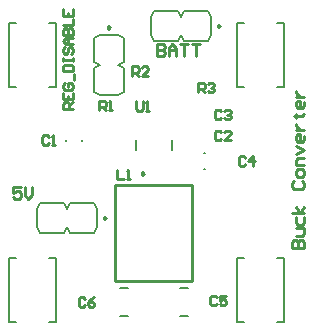
<source format=gto>
G04*
G04 #@! TF.GenerationSoftware,Altium Limited,Altium Designer,20.1.14 (287)*
G04*
G04 Layer_Color=65535*
%FSLAX25Y25*%
%MOIN*%
G70*
G04*
G04 #@! TF.SameCoordinates,58FA20B0-04EF-4904-8C8B-07311CCFBB01*
G04*
G04*
G04 #@! TF.FilePolarity,Positive*
G04*
G01*
G75*
%ADD10C,0.00984*%
%ADD11C,0.00787*%
%ADD12C,0.01000*%
D10*
X148252Y442854D02*
X147514Y443281D01*
Y442428D01*
X148252Y442854D01*
X135551Y428000D02*
X134813Y428426D01*
Y427574D01*
X135551Y428000D01*
X173551Y492000D02*
X172813Y492426D01*
Y491574D01*
X173551Y492000D01*
X136992Y491559D02*
X136254Y491985D01*
Y491133D01*
X136992Y491559D01*
D11*
X168303Y444343D02*
X168697D01*
X168303Y449657D02*
X168697D01*
X157504Y450827D02*
Y454173D01*
X145496Y450827D02*
Y454173D01*
X140122Y404724D02*
X142878D01*
X140122Y395276D02*
X142878D01*
X160122D02*
X162878D01*
X160122Y404724D02*
X162878D01*
X122343Y453803D02*
Y454197D01*
X127657Y453803D02*
Y454197D01*
X179130Y471679D02*
X181530D01*
X192439D02*
X194839D01*
Y492888D01*
X179130D02*
X181530D01*
X192439D02*
X194839D01*
X179130Y471679D02*
Y492888D01*
X103145Y471679D02*
X105546D01*
X116454D02*
X118855D01*
Y492888D01*
X103145D02*
X105546D01*
X116454D02*
X118855D01*
X103145Y471679D02*
Y492888D01*
X132500Y424969D02*
Y431031D01*
X131516Y433000D02*
X132500Y431031D01*
X123485Y433000D02*
X131516D01*
X122500Y431031D02*
X123485Y433000D01*
X121516D02*
X122500Y431031D01*
X113485Y433000D02*
X121516D01*
X112500Y431031D02*
X113485Y433000D01*
X112500Y424969D02*
X113485Y423000D01*
X121516D01*
X122500Y424969D01*
X123485Y423000D01*
X131516D01*
X132500Y424969D01*
X112500D02*
Y431031D01*
X170500Y488969D02*
Y495031D01*
X169516Y497000D02*
X170500Y495031D01*
X161485Y497000D02*
X169516D01*
X160500Y495031D02*
X161485Y497000D01*
X159516D02*
X160500Y495031D01*
X151485Y497000D02*
X159516D01*
X150500Y495031D02*
X151485Y497000D01*
X150500Y488969D02*
X151485Y487000D01*
X159516D01*
X160500Y488969D01*
X161485Y487000D01*
X169516D01*
X170500Y488969D01*
X150500D02*
Y495031D01*
X179130Y393395D02*
X181530D01*
X192439D02*
X194839D01*
Y414605D01*
X179130D02*
X181530D01*
X192439D02*
X194839D01*
X179130Y393395D02*
Y414605D01*
X103145Y393395D02*
X105546D01*
X116454D02*
X118855D01*
Y414605D01*
X103145D02*
X105546D01*
X116454D02*
X118855D01*
X103145Y393395D02*
Y414605D01*
X133469Y489000D02*
X139531D01*
X131500Y488016D02*
X133469Y489000D01*
X131500Y479985D02*
Y488016D01*
Y479985D02*
X133469Y479000D01*
X131500Y478016D02*
X133469Y479000D01*
X131500Y469985D02*
Y478016D01*
Y469985D02*
X133469Y469000D01*
X139531D02*
X141500Y469985D01*
Y478016D01*
X139531Y479000D02*
X141500Y478016D01*
X139531Y479000D02*
X141500Y479985D01*
Y488016D01*
X139531Y489000D02*
X141500Y488016D01*
X133469Y469000D02*
X139531D01*
D12*
X164413Y407020D02*
Y408516D01*
X162917Y407020D02*
X164413D01*
X138665D02*
X162917D01*
X164413Y408516D02*
Y438909D01*
X138665Y407020D02*
Y438909D01*
X164413D01*
X197564Y418000D02*
X201500D01*
Y419968D01*
X200844Y420624D01*
X200188D01*
X199532Y419968D01*
Y418000D01*
Y419968D01*
X198876Y420624D01*
X198220D01*
X197564Y419968D01*
Y418000D01*
X198876Y421936D02*
X200844D01*
X201500Y422592D01*
Y424560D01*
X198876D01*
Y428495D02*
Y426527D01*
X199532Y425872D01*
X200844D01*
X201500Y426527D01*
Y428495D01*
Y429807D02*
X197564D01*
X200188D02*
X198876Y431775D01*
X200188Y429807D02*
X201500Y431775D01*
X198220Y440303D02*
X197564Y439647D01*
Y438335D01*
X198220Y437679D01*
X200844D01*
X201500Y438335D01*
Y439647D01*
X200844Y440303D01*
X201500Y442270D02*
Y443582D01*
X200844Y444238D01*
X199532D01*
X198876Y443582D01*
Y442270D01*
X199532Y441614D01*
X200844D01*
X201500Y442270D01*
Y445550D02*
X198876D01*
Y447518D01*
X199532Y448174D01*
X201500D01*
X198876Y449486D02*
X201500Y450798D01*
X198876Y452110D01*
X201500Y455389D02*
Y454078D01*
X200844Y453422D01*
X199532D01*
X198876Y454078D01*
Y455389D01*
X199532Y456045D01*
X200188D01*
Y453422D01*
X198876Y457357D02*
X201500D01*
X200188D01*
X199532Y458013D01*
X198876Y458669D01*
Y459325D01*
X198220Y461949D02*
X198876D01*
Y461293D01*
Y462605D01*
Y461949D01*
X200844D01*
X201500Y462605D01*
Y466541D02*
Y465229D01*
X200844Y464573D01*
X199532D01*
X198876Y465229D01*
Y466541D01*
X199532Y467197D01*
X200188D01*
Y464573D01*
X198876Y468509D02*
X201500D01*
X200188D01*
X199532Y469165D01*
X198876Y469821D01*
Y470476D01*
X124475Y464500D02*
X121327D01*
Y466074D01*
X121851Y466599D01*
X122901D01*
X123426Y466074D01*
Y464500D01*
Y465550D02*
X124475Y466599D01*
X121327Y469748D02*
Y467649D01*
X124475D01*
Y469748D01*
X122901Y467649D02*
Y468698D01*
X121851Y472896D02*
X121327Y472371D01*
Y471322D01*
X121851Y470797D01*
X123950D01*
X124475Y471322D01*
Y472371D01*
X123950Y472896D01*
X122901D01*
Y471847D01*
X125000Y473946D02*
Y476045D01*
X121327Y477094D02*
X124475D01*
Y478669D01*
X123950Y479193D01*
X121851D01*
X121327Y478669D01*
Y477094D01*
Y480243D02*
Y481292D01*
Y480768D01*
X124475D01*
Y480243D01*
Y481292D01*
X121851Y484966D02*
X121327Y484441D01*
Y483392D01*
X121851Y482867D01*
X122376D01*
X122901Y483392D01*
Y484441D01*
X123426Y484966D01*
X123950D01*
X124475Y484441D01*
Y483392D01*
X123950Y482867D01*
X124475Y486015D02*
X122376D01*
X121327Y487065D01*
X122376Y488114D01*
X124475D01*
X122901D01*
Y486015D01*
X121327Y489164D02*
X124475D01*
Y490738D01*
X123950Y491263D01*
X123426D01*
X122901Y490738D01*
Y489164D01*
Y490738D01*
X122376Y491263D01*
X121851D01*
X121327Y490738D01*
Y489164D01*
Y492313D02*
X124475D01*
Y494412D01*
X121327Y497560D02*
Y495461D01*
X124475D01*
Y497560D01*
X122901Y495461D02*
Y496511D01*
X152500Y485936D02*
Y482000D01*
X154468D01*
X155124Y482656D01*
Y483312D01*
X154468Y483968D01*
X152500D01*
X154468D01*
X155124Y484624D01*
Y485280D01*
X154468Y485936D01*
X152500D01*
X156436Y482000D02*
Y484624D01*
X157748Y485936D01*
X159060Y484624D01*
Y482000D01*
Y483968D01*
X156436D01*
X160371Y485936D02*
X162995D01*
X161683D01*
Y482000D01*
X164307Y485936D02*
X166931D01*
X165619D01*
Y482000D01*
X107124Y438436D02*
X104500D01*
Y436468D01*
X105812Y437124D01*
X106468D01*
X107124Y436468D01*
Y435156D01*
X106468Y434500D01*
X105156D01*
X104500Y435156D01*
X108436Y438436D02*
Y435812D01*
X109748Y434500D01*
X111060Y435812D01*
Y438436D01*
X145700Y466949D02*
Y464325D01*
X146225Y463800D01*
X147274D01*
X147799Y464325D01*
Y466949D01*
X148849Y463800D02*
X149898D01*
X149373D01*
Y466949D01*
X148849Y466424D01*
X166376Y469926D02*
Y473074D01*
X167950D01*
X168475Y472549D01*
Y471500D01*
X167950Y470975D01*
X166376D01*
X167426D02*
X168475Y469926D01*
X169525Y472549D02*
X170050Y473074D01*
X171099D01*
X171624Y472549D01*
Y472025D01*
X171099Y471500D01*
X170574D01*
X171099D01*
X171624Y470975D01*
Y470450D01*
X171099Y469926D01*
X170050D01*
X169525Y470450D01*
X144376Y475426D02*
Y478574D01*
X145950D01*
X146475Y478050D01*
Y477000D01*
X145950Y476475D01*
X144376D01*
X145426D02*
X146475Y475426D01*
X149624D02*
X147525D01*
X149624Y477525D01*
Y478050D01*
X149099Y478574D01*
X148049D01*
X147525Y478050D01*
X133401Y463926D02*
Y467074D01*
X134975D01*
X135500Y466549D01*
Y465500D01*
X134975Y464975D01*
X133401D01*
X134450D02*
X135500Y463926D01*
X136549D02*
X137599D01*
X137074D01*
Y467074D01*
X136549Y466549D01*
X139401Y444074D02*
Y440926D01*
X141500D01*
X142550D02*
X143599D01*
X143074D01*
Y444074D01*
X142550Y443549D01*
X128593Y401050D02*
X128069Y401574D01*
X127019D01*
X126494Y401050D01*
Y398951D01*
X127019Y398426D01*
X128069D01*
X128593Y398951D01*
X131742Y401574D02*
X130692Y401050D01*
X129643Y400000D01*
Y398951D01*
X130168Y398426D01*
X131217D01*
X131742Y398951D01*
Y399475D01*
X131217Y400000D01*
X129643D01*
X172475Y401549D02*
X171950Y402074D01*
X170901D01*
X170376Y401549D01*
Y399450D01*
X170901Y398926D01*
X171950D01*
X172475Y399450D01*
X175624Y402074D02*
X173525D01*
Y400500D01*
X174574Y401025D01*
X175099D01*
X175624Y400500D01*
Y399450D01*
X175099Y398926D01*
X174049D01*
X173525Y399450D01*
X181975Y448049D02*
X181450Y448574D01*
X180401D01*
X179876Y448049D01*
Y445951D01*
X180401Y445426D01*
X181450D01*
X181975Y445951D01*
X184599Y445426D02*
Y448574D01*
X183025Y447000D01*
X185124D01*
X173975Y463550D02*
X173451Y464074D01*
X172401D01*
X171876Y463550D01*
Y461450D01*
X172401Y460926D01*
X173451D01*
X173975Y461450D01*
X175025Y463550D02*
X175549Y464074D01*
X176599D01*
X177124Y463550D01*
Y463025D01*
X176599Y462500D01*
X176074D01*
X176599D01*
X177124Y461975D01*
Y461450D01*
X176599Y460926D01*
X175549D01*
X175025Y461450D01*
X173975Y456550D02*
X173451Y457074D01*
X172401D01*
X171876Y456550D01*
Y454451D01*
X172401Y453926D01*
X173451D01*
X173975Y454451D01*
X177124Y453926D02*
X175025D01*
X177124Y456025D01*
Y456550D01*
X176599Y457074D01*
X175549D01*
X175025Y456550D01*
X116500Y455050D02*
X115975Y455574D01*
X114926D01*
X114401Y455050D01*
Y452950D01*
X114926Y452426D01*
X115975D01*
X116500Y452950D01*
X117550Y452426D02*
X118599D01*
X118074D01*
Y455574D01*
X117550Y455050D01*
M02*

</source>
